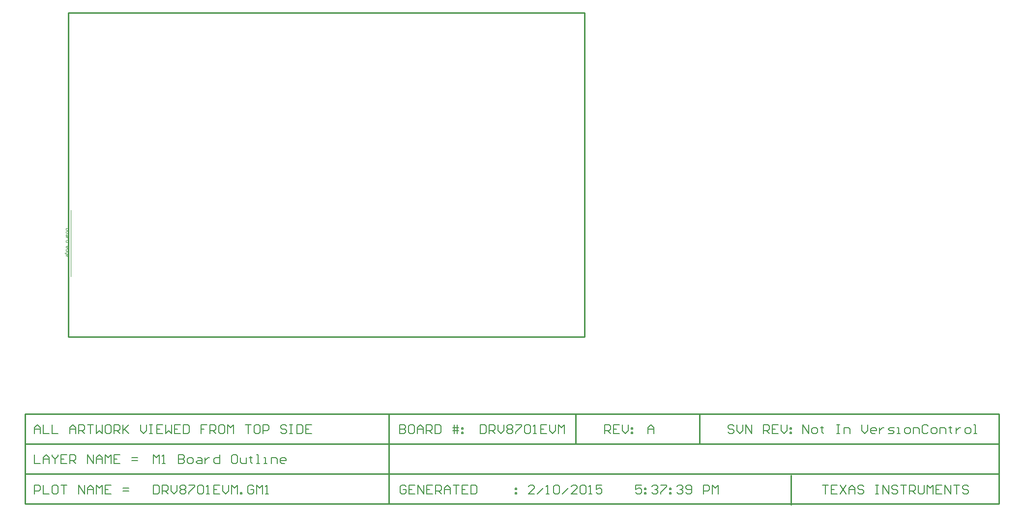
<source format=gm1>
%FSAX25Y25*%
%MOIN*%
G70*
G01*
G75*
G04 Layer_Color=11296232*
%ADD10R,0.05402X0.02795*%
%ADD11R,0.02323X0.02795*%
%ADD12R,0.05512X0.08268*%
%ADD13O,0.08268X0.01772*%
%ADD14O,0.00945X0.02362*%
%ADD15O,0.02362X0.00945*%
%ADD16R,0.11024X0.11024*%
%ADD17O,0.06693X0.01378*%
%ADD18R,0.01000X0.01000*%
%ADD19R,0.04724X0.04724*%
%ADD20C,0.03937*%
%ADD21R,0.06299X0.08268*%
%ADD22R,0.07480X0.07087*%
%ADD23R,0.07480X0.07480*%
%ADD24R,0.05315X0.01575*%
%ADD25R,0.05906X0.13780*%
%ADD26R,0.04331X0.10236*%
%ADD27R,0.08000X0.04500*%
%ADD28R,0.05512X0.04331*%
%ADD29R,0.03347X0.03150*%
%ADD30R,0.01969X0.02362*%
%ADD31R,0.03150X0.03347*%
%ADD32R,0.04331X0.05512*%
%ADD33C,0.01000*%
%ADD34C,0.03000*%
%ADD35C,0.02000*%
%ADD36C,0.00800*%
%ADD37R,0.15157X0.17795*%
%ADD38C,0.07087*%
%ADD39R,0.07087X0.07087*%
%ADD40C,0.06000*%
%ADD41C,0.02500*%
%ADD42C,0.31496*%
%ADD43R,0.05906X0.05906*%
%ADD44C,0.05906*%
%ADD45C,0.08700*%
%ADD46C,0.06200*%
%ADD47R,0.06200X0.06200*%
%ADD48R,0.06496X0.06496*%
%ADD49C,0.06496*%
%ADD50R,0.05906X0.05906*%
%ADD51R,0.03740X0.03740*%
%ADD52C,0.03740*%
%ADD53R,0.05315X0.05315*%
%ADD54C,0.05315*%
%ADD55R,0.07087X0.07087*%
%ADD56C,0.02000*%
%ADD57C,0.00600*%
%ADD58C,0.00700*%
%ADD59C,0.01575*%
%ADD60C,0.02362*%
%ADD61C,0.00984*%
%ADD62C,0.00787*%
%ADD63C,0.00799*%
%ADD64C,0.01800*%
%ADD65C,0.01500*%
%ADD66C,0.00500*%
%ADD67R,0.03937X0.01969*%
%ADD68R,0.08661X0.04331*%
%ADD69R,0.03150X0.01575*%
%ADD70R,0.07874X0.01575*%
%ADD71R,0.01969X0.03937*%
%ADD72R,0.05095X0.02937*%
%ADD73R,0.04221X0.02213*%
%ADD74R,0.03016X0.02000*%
%ADD75R,0.04839X0.04839*%
%ADD76C,0.00000*%
%ADD77R,0.05795X0.03189*%
%ADD78R,0.02717X0.03189*%
%ADD79R,0.05906X0.08661*%
%ADD80O,0.08819X0.02323*%
%ADD81O,0.01339X0.02756*%
%ADD82O,0.02756X0.01339*%
%ADD83R,0.11417X0.11417*%
%ADD84O,0.07087X0.01772*%
%ADD85R,0.05118X0.05118*%
%ADD86C,0.07874*%
%ADD87R,0.06693X0.08661*%
%ADD88R,0.07874X0.07480*%
%ADD89R,0.07874X0.07874*%
%ADD90R,0.05709X0.01969*%
%ADD91R,0.06299X0.14173*%
%ADD92R,0.04724X0.10630*%
%ADD93R,0.08400X0.04900*%
%ADD94R,0.05906X0.04724*%
%ADD95R,0.03740X0.03543*%
%ADD96R,0.02362X0.02756*%
%ADD97R,0.03543X0.03740*%
%ADD98R,0.04724X0.05906*%
%ADD99R,0.15551X0.18189*%
%ADD100C,0.07480*%
%ADD101R,0.07480X0.07480*%
%ADD102C,0.06394*%
%ADD103C,0.02894*%
%ADD104C,0.31890*%
%ADD105R,0.06299X0.06299*%
%ADD106C,0.06299*%
%ADD107C,0.09094*%
%ADD108C,0.06594*%
%ADD109R,0.06594X0.06594*%
%ADD110R,0.06299X0.06299*%
%ADD111R,0.04134X0.04134*%
%ADD112C,0.04134*%
%ADD113R,0.05709X0.05709*%
%ADD114C,0.05709*%
%ADD115C,0.02394*%
%ADD116C,0.00472*%
%ADD117C,0.00394*%
G54D33*
X0069200Y0153400D02*
Y0373400D01*
X0419200D01*
Y0153400D02*
Y0373400D01*
X0069200Y0153400D02*
X0419200D01*
X0497200Y0080717D02*
Y0101050D01*
X0413200Y0080717D02*
Y0101050D01*
X0040000Y0080717D02*
X0700200D01*
X0040000Y0060383D02*
X0700000D01*
X0040000Y0040050D02*
X0440500D01*
X0040050Y0101050D02*
X0700200D01*
X0040050Y0040050D02*
Y0101050D01*
Y0040050D02*
X0197600D01*
X0040000D02*
Y0101050D01*
X0286500Y0040050D02*
Y0101050D01*
X0700200Y0040050D02*
Y0101050D01*
X0440500Y0040050D02*
X0700200D01*
X0559400Y0039400D02*
Y0059683D01*
G54D36*
X0126900Y0067551D02*
Y0073549D01*
X0128899Y0071549D01*
X0130899Y0073549D01*
Y0067551D01*
X0132898D02*
X0134897D01*
X0133898D01*
Y0073549D01*
X0132898Y0072549D01*
X0143895Y0073549D02*
Y0067551D01*
X0146894D01*
X0147893Y0068550D01*
Y0069550D01*
X0146894Y0070550D01*
X0143895D01*
X0146894D01*
X0147893Y0071549D01*
Y0072549D01*
X0146894Y0073549D01*
X0143895D01*
X0150892Y0067551D02*
X0152892D01*
X0153891Y0068550D01*
Y0070550D01*
X0152892Y0071549D01*
X0150892D01*
X0149893Y0070550D01*
Y0068550D01*
X0150892Y0067551D01*
X0156890Y0071549D02*
X0158890D01*
X0159889Y0070550D01*
Y0067551D01*
X0156890D01*
X0155891Y0068550D01*
X0156890Y0069550D01*
X0159889D01*
X0161889Y0071549D02*
Y0067551D01*
Y0069550D01*
X0162888Y0070550D01*
X0163888Y0071549D01*
X0164888D01*
X0171885Y0073549D02*
Y0067551D01*
X0168886D01*
X0167887Y0068550D01*
Y0070550D01*
X0168886Y0071549D01*
X0171885D01*
X0182882Y0073549D02*
X0180883D01*
X0179883Y0072549D01*
Y0068550D01*
X0180883Y0067551D01*
X0182882D01*
X0183882Y0068550D01*
Y0072549D01*
X0182882Y0073549D01*
X0185881Y0071549D02*
Y0068550D01*
X0186881Y0067551D01*
X0189880D01*
Y0071549D01*
X0192879Y0072549D02*
Y0071549D01*
X0191879D01*
X0193878D01*
X0192879D01*
Y0068550D01*
X0193878Y0067551D01*
X0196877D02*
X0198877D01*
X0197877D01*
Y0073549D01*
X0196877D01*
X0201876Y0067551D02*
X0203875D01*
X0202875D01*
Y0071549D01*
X0201876D01*
X0206874Y0067551D02*
Y0071549D01*
X0209873D01*
X0210873Y0070550D01*
Y0067551D01*
X0215871D02*
X0213872D01*
X0212872Y0068550D01*
Y0070550D01*
X0213872Y0071549D01*
X0215871D01*
X0216871Y0070550D01*
Y0069550D01*
X0212872D01*
X0567400Y0087833D02*
Y0093831D01*
X0571399Y0087833D01*
Y0093831D01*
X0574398Y0087833D02*
X0576397D01*
X0577397Y0088833D01*
Y0090832D01*
X0576397Y0091832D01*
X0574398D01*
X0573398Y0090832D01*
Y0088833D01*
X0574398Y0087833D01*
X0580396Y0092832D02*
Y0091832D01*
X0579396D01*
X0581395D01*
X0580396D01*
Y0088833D01*
X0581395Y0087833D01*
X0590393Y0093831D02*
X0592392D01*
X0591392D01*
Y0087833D01*
X0590393D01*
X0592392D01*
X0595391D02*
Y0091832D01*
X0598390D01*
X0599390Y0090832D01*
Y0087833D01*
X0607387Y0093831D02*
Y0089833D01*
X0609386Y0087833D01*
X0611386Y0089833D01*
Y0093831D01*
X0616384Y0087833D02*
X0614385D01*
X0613385Y0088833D01*
Y0090832D01*
X0614385Y0091832D01*
X0616384D01*
X0617384Y0090832D01*
Y0089833D01*
X0613385D01*
X0619383Y0091832D02*
Y0087833D01*
Y0089833D01*
X0620383Y0090832D01*
X0621383Y0091832D01*
X0622382D01*
X0625381Y0087833D02*
X0628380D01*
X0629380Y0088833D01*
X0628380Y0089833D01*
X0626381D01*
X0625381Y0090832D01*
X0626381Y0091832D01*
X0629380D01*
X0631379Y0087833D02*
X0633379D01*
X0632379D01*
Y0091832D01*
X0631379D01*
X0637377Y0087833D02*
X0639377D01*
X0640376Y0088833D01*
Y0090832D01*
X0639377Y0091832D01*
X0637377D01*
X0636378Y0090832D01*
Y0088833D01*
X0637377Y0087833D01*
X0642376D02*
Y0091832D01*
X0645375D01*
X0646374Y0090832D01*
Y0087833D01*
X0652373Y0092832D02*
X0651373Y0093831D01*
X0649373D01*
X0648374Y0092832D01*
Y0088833D01*
X0649373Y0087833D01*
X0651373D01*
X0652373Y0088833D01*
X0655372Y0087833D02*
X0657371D01*
X0658371Y0088833D01*
Y0090832D01*
X0657371Y0091832D01*
X0655372D01*
X0654372Y0090832D01*
Y0088833D01*
X0655372Y0087833D01*
X0660370D02*
Y0091832D01*
X0663369D01*
X0664369Y0090832D01*
Y0087833D01*
X0667368Y0092832D02*
Y0091832D01*
X0666368D01*
X0668367D01*
X0667368D01*
Y0088833D01*
X0668367Y0087833D01*
X0671366Y0091832D02*
Y0087833D01*
Y0089833D01*
X0672366Y0090832D01*
X0673366Y0091832D01*
X0674365D01*
X0678364Y0087833D02*
X0680364D01*
X0681363Y0088833D01*
Y0090832D01*
X0680364Y0091832D01*
X0678364D01*
X0677364Y0090832D01*
Y0088833D01*
X0678364Y0087833D01*
X0683362D02*
X0685362D01*
X0684362D01*
Y0093831D01*
X0683362D01*
X0520799Y0092832D02*
X0519799Y0093831D01*
X0517800D01*
X0516800Y0092832D01*
Y0091832D01*
X0517800Y0090832D01*
X0519799D01*
X0520799Y0089833D01*
Y0088833D01*
X0519799Y0087833D01*
X0517800D01*
X0516800Y0088833D01*
X0522798Y0093831D02*
Y0089833D01*
X0524797Y0087833D01*
X0526797Y0089833D01*
Y0093831D01*
X0528796Y0087833D02*
Y0093831D01*
X0532795Y0087833D01*
Y0093831D01*
X0540792Y0087833D02*
Y0093831D01*
X0543791D01*
X0544791Y0092832D01*
Y0090832D01*
X0543791Y0089833D01*
X0540792D01*
X0542792D02*
X0544791Y0087833D01*
X0550789Y0093831D02*
X0546790D01*
Y0087833D01*
X0550789D01*
X0546790Y0090832D02*
X0548790D01*
X0552788Y0093831D02*
Y0089833D01*
X0554788Y0087833D01*
X0556787Y0089833D01*
Y0093831D01*
X0558786Y0091832D02*
X0559786D01*
Y0090832D01*
X0558786D01*
Y0091832D01*
Y0088833D02*
X0559786D01*
Y0087833D01*
X0558786D01*
Y0088833D01*
X0433000Y0087833D02*
Y0093831D01*
X0435999D01*
X0436999Y0092832D01*
Y0090832D01*
X0435999Y0089833D01*
X0433000D01*
X0434999D02*
X0436999Y0087833D01*
X0442997Y0093831D02*
X0438998D01*
Y0087833D01*
X0442997D01*
X0438998Y0090832D02*
X0440997D01*
X0444996Y0093831D02*
Y0089833D01*
X0446995Y0087833D01*
X0448995Y0089833D01*
Y0093831D01*
X0450994Y0091832D02*
X0451994D01*
Y0090832D01*
X0450994D01*
Y0091832D01*
Y0088833D02*
X0451994D01*
Y0087833D01*
X0450994D01*
Y0088833D01*
X0126900Y0052965D02*
Y0046966D01*
X0129899D01*
X0130899Y0047966D01*
Y0051965D01*
X0129899Y0052965D01*
X0126900D01*
X0132898Y0046966D02*
Y0052965D01*
X0135897D01*
X0136897Y0051965D01*
Y0049966D01*
X0135897Y0048966D01*
X0132898D01*
X0134897D02*
X0136897Y0046966D01*
X0138896Y0052965D02*
Y0048966D01*
X0140895Y0046966D01*
X0142895Y0048966D01*
Y0052965D01*
X0144894Y0051965D02*
X0145894Y0052965D01*
X0147893D01*
X0148893Y0051965D01*
Y0050965D01*
X0147893Y0049966D01*
X0148893Y0048966D01*
Y0047966D01*
X0147893Y0046966D01*
X0145894D01*
X0144894Y0047966D01*
Y0048966D01*
X0145894Y0049966D01*
X0144894Y0050965D01*
Y0051965D01*
X0145894Y0049966D02*
X0147893D01*
X0150892Y0052965D02*
X0154891D01*
Y0051965D01*
X0150892Y0047966D01*
Y0046966D01*
X0156890Y0051965D02*
X0157890Y0052965D01*
X0159889D01*
X0160889Y0051965D01*
Y0047966D01*
X0159889Y0046966D01*
X0157890D01*
X0156890Y0047966D01*
Y0051965D01*
X0162888Y0046966D02*
X0164888D01*
X0163888D01*
Y0052965D01*
X0162888Y0051965D01*
X0171885Y0052965D02*
X0167887D01*
Y0046966D01*
X0171885D01*
X0167887Y0049966D02*
X0169886D01*
X0173885Y0052965D02*
Y0048966D01*
X0175884Y0046966D01*
X0177884Y0048966D01*
Y0052965D01*
X0179883Y0046966D02*
Y0052965D01*
X0181882Y0050965D01*
X0183882Y0052965D01*
Y0046966D01*
X0185881D02*
Y0047966D01*
X0186881D01*
Y0046966D01*
X0185881D01*
X0194878Y0051965D02*
X0193878Y0052965D01*
X0191879D01*
X0190879Y0051965D01*
Y0047966D01*
X0191879Y0046966D01*
X0193878D01*
X0194878Y0047966D01*
Y0049966D01*
X0192879D01*
X0196877Y0046966D02*
Y0052965D01*
X0198877Y0050965D01*
X0200876Y0052965D01*
Y0046966D01*
X0202875D02*
X0204875D01*
X0203875D01*
Y0052965D01*
X0202875Y0051965D01*
X0385149Y0046966D02*
X0381150D01*
X0385149Y0050965D01*
Y0051965D01*
X0384149Y0052965D01*
X0382150D01*
X0381150Y0051965D01*
X0387148Y0046966D02*
X0391147Y0050965D01*
X0393146Y0046966D02*
X0395146D01*
X0394146D01*
Y0052965D01*
X0393146Y0051965D01*
X0398145D02*
X0399144Y0052965D01*
X0401144D01*
X0402143Y0051965D01*
Y0047966D01*
X0401144Y0046966D01*
X0399144D01*
X0398145Y0047966D01*
Y0051965D01*
X0404143Y0046966D02*
X0408141Y0050965D01*
X0414139Y0046966D02*
X0410141D01*
X0414139Y0050965D01*
Y0051965D01*
X0413140Y0052965D01*
X0411140D01*
X0410141Y0051965D01*
X0416139D02*
X0417138Y0052965D01*
X0419138D01*
X0420137Y0051965D01*
Y0047966D01*
X0419138Y0046966D01*
X0417138D01*
X0416139Y0047966D01*
Y0051965D01*
X0422137Y0046966D02*
X0424136D01*
X0423136D01*
Y0052965D01*
X0422137Y0051965D01*
X0431134Y0052965D02*
X0427135D01*
Y0049966D01*
X0429135Y0050965D01*
X0430134D01*
X0431134Y0049966D01*
Y0047966D01*
X0430134Y0046966D01*
X0428135D01*
X0427135Y0047966D01*
X0298199Y0051965D02*
X0297199Y0052965D01*
X0295200D01*
X0294200Y0051965D01*
Y0047966D01*
X0295200Y0046966D01*
X0297199D01*
X0298199Y0047966D01*
Y0049966D01*
X0296199D01*
X0304197Y0052965D02*
X0300198D01*
Y0046966D01*
X0304197D01*
X0300198Y0049966D02*
X0302197D01*
X0306196Y0046966D02*
Y0052965D01*
X0310195Y0046966D01*
Y0052965D01*
X0316193D02*
X0312194D01*
Y0046966D01*
X0316193D01*
X0312194Y0049966D02*
X0314194D01*
X0318192Y0046966D02*
Y0052965D01*
X0321191D01*
X0322191Y0051965D01*
Y0049966D01*
X0321191Y0048966D01*
X0318192D01*
X0320192D02*
X0322191Y0046966D01*
X0324190D02*
Y0050965D01*
X0326190Y0052965D01*
X0328189Y0050965D01*
Y0046966D01*
Y0049966D01*
X0324190D01*
X0330188Y0052965D02*
X0334187D01*
X0332188D01*
Y0046966D01*
X0340185Y0052965D02*
X0336186D01*
Y0046966D01*
X0340185D01*
X0336186Y0049966D02*
X0338186D01*
X0342184Y0052965D02*
Y0046966D01*
X0345183D01*
X0346183Y0047966D01*
Y0051965D01*
X0345183Y0052965D01*
X0342184D01*
X0372175Y0050965D02*
X0373175D01*
Y0049966D01*
X0372175D01*
Y0050965D01*
Y0047966D02*
X0373175D01*
Y0046966D01*
X0372175D01*
Y0047966D01*
X0046350Y0087833D02*
Y0091832D01*
X0048349Y0093831D01*
X0050349Y0091832D01*
Y0087833D01*
Y0090832D01*
X0046350D01*
X0052348Y0093831D02*
Y0087833D01*
X0056347D01*
X0058346Y0093831D02*
Y0087833D01*
X0062345D01*
X0070342D02*
Y0091832D01*
X0072342Y0093831D01*
X0074341Y0091832D01*
Y0087833D01*
Y0090832D01*
X0070342D01*
X0076340Y0087833D02*
Y0093831D01*
X0079339D01*
X0080339Y0092832D01*
Y0090832D01*
X0079339Y0089833D01*
X0076340D01*
X0078340D02*
X0080339Y0087833D01*
X0082338Y0093831D02*
X0086337D01*
X0084338D01*
Y0087833D01*
X0088336Y0093831D02*
Y0087833D01*
X0090336Y0089833D01*
X0092335Y0087833D01*
Y0093831D01*
X0097334D02*
X0095334D01*
X0094335Y0092832D01*
Y0088833D01*
X0095334Y0087833D01*
X0097334D01*
X0098333Y0088833D01*
Y0092832D01*
X0097334Y0093831D01*
X0100332Y0087833D02*
Y0093831D01*
X0103332D01*
X0104331Y0092832D01*
Y0090832D01*
X0103332Y0089833D01*
X0100332D01*
X0102332D02*
X0104331Y0087833D01*
X0106331Y0093831D02*
Y0087833D01*
Y0089833D01*
X0110329Y0093831D01*
X0107330Y0090832D01*
X0110329Y0087833D01*
X0118327Y0093831D02*
Y0089833D01*
X0120326Y0087833D01*
X0122325Y0089833D01*
Y0093831D01*
X0124325D02*
X0126324D01*
X0125324D01*
Y0087833D01*
X0124325D01*
X0126324D01*
X0133322Y0093831D02*
X0129323D01*
Y0087833D01*
X0133322D01*
X0129323Y0090832D02*
X0131323D01*
X0135321Y0093831D02*
Y0087833D01*
X0137321Y0089833D01*
X0139320Y0087833D01*
Y0093831D01*
X0145318D02*
X0141319D01*
Y0087833D01*
X0145318D01*
X0141319Y0090832D02*
X0143319D01*
X0147317Y0093831D02*
Y0087833D01*
X0150316D01*
X0151316Y0088833D01*
Y0092832D01*
X0150316Y0093831D01*
X0147317D01*
X0163312D02*
X0159313D01*
Y0090832D01*
X0161313D01*
X0159313D01*
Y0087833D01*
X0165312D02*
Y0093831D01*
X0168310D01*
X0169310Y0092832D01*
Y0090832D01*
X0168310Y0089833D01*
X0165312D01*
X0167311D02*
X0169310Y0087833D01*
X0174309Y0093831D02*
X0172309D01*
X0171310Y0092832D01*
Y0088833D01*
X0172309Y0087833D01*
X0174309D01*
X0175308Y0088833D01*
Y0092832D01*
X0174309Y0093831D01*
X0177308Y0087833D02*
Y0093831D01*
X0179307Y0091832D01*
X0181306Y0093831D01*
Y0087833D01*
X0189304Y0093831D02*
X0193303D01*
X0191303D01*
Y0087833D01*
X0198301Y0093831D02*
X0196301D01*
X0195302Y0092832D01*
Y0088833D01*
X0196301Y0087833D01*
X0198301D01*
X0199301Y0088833D01*
Y0092832D01*
X0198301Y0093831D01*
X0201300Y0087833D02*
Y0093831D01*
X0204299D01*
X0205299Y0092832D01*
Y0090832D01*
X0204299Y0089833D01*
X0201300D01*
X0217295Y0092832D02*
X0216295Y0093831D01*
X0214296D01*
X0213296Y0092832D01*
Y0091832D01*
X0214296Y0090832D01*
X0216295D01*
X0217295Y0089833D01*
Y0088833D01*
X0216295Y0087833D01*
X0214296D01*
X0213296Y0088833D01*
X0219294Y0093831D02*
X0221293D01*
X0220294D01*
Y0087833D01*
X0219294D01*
X0221293D01*
X0224292Y0093831D02*
Y0087833D01*
X0227291D01*
X0228291Y0088833D01*
Y0092832D01*
X0227291Y0093831D01*
X0224292D01*
X0234289D02*
X0230291D01*
Y0087833D01*
X0234289D01*
X0230291Y0090832D02*
X0232290D01*
X0462150Y0087833D02*
Y0091832D01*
X0464149Y0093831D01*
X0466149Y0091832D01*
Y0087833D01*
Y0090832D01*
X0462150D01*
X0348550Y0093831D02*
Y0087833D01*
X0351549D01*
X0352549Y0088833D01*
Y0092832D01*
X0351549Y0093831D01*
X0348550D01*
X0354548Y0087833D02*
Y0093831D01*
X0357547D01*
X0358547Y0092832D01*
Y0090832D01*
X0357547Y0089833D01*
X0354548D01*
X0356547D02*
X0358547Y0087833D01*
X0360546Y0093831D02*
Y0089833D01*
X0362545Y0087833D01*
X0364545Y0089833D01*
Y0093831D01*
X0366544Y0092832D02*
X0367544Y0093831D01*
X0369543D01*
X0370543Y0092832D01*
Y0091832D01*
X0369543Y0090832D01*
X0370543Y0089833D01*
Y0088833D01*
X0369543Y0087833D01*
X0367544D01*
X0366544Y0088833D01*
Y0089833D01*
X0367544Y0090832D01*
X0366544Y0091832D01*
Y0092832D01*
X0367544Y0090832D02*
X0369543D01*
X0372542Y0093831D02*
X0376541D01*
Y0092832D01*
X0372542Y0088833D01*
Y0087833D01*
X0378540Y0092832D02*
X0379540Y0093831D01*
X0381539D01*
X0382539Y0092832D01*
Y0088833D01*
X0381539Y0087833D01*
X0379540D01*
X0378540Y0088833D01*
Y0092832D01*
X0384538Y0087833D02*
X0386538D01*
X0385538D01*
Y0093831D01*
X0384538Y0092832D01*
X0393535Y0093831D02*
X0389537D01*
Y0087833D01*
X0393535D01*
X0389537Y0090832D02*
X0391536D01*
X0395535Y0093831D02*
Y0089833D01*
X0397534Y0087833D01*
X0399534Y0089833D01*
Y0093831D01*
X0401533Y0087833D02*
Y0093831D01*
X0403532Y0091832D01*
X0405532Y0093831D01*
Y0087833D01*
X0294000Y0093831D02*
Y0087833D01*
X0296999D01*
X0297999Y0088833D01*
Y0089833D01*
X0296999Y0090832D01*
X0294000D01*
X0296999D01*
X0297999Y0091832D01*
Y0092832D01*
X0296999Y0093831D01*
X0294000D01*
X0302997D02*
X0300998D01*
X0299998Y0092832D01*
Y0088833D01*
X0300998Y0087833D01*
X0302997D01*
X0303997Y0088833D01*
Y0092832D01*
X0302997Y0093831D01*
X0305996Y0087833D02*
Y0091832D01*
X0307996Y0093831D01*
X0309995Y0091832D01*
Y0087833D01*
Y0090832D01*
X0305996D01*
X0311994Y0087833D02*
Y0093831D01*
X0314993D01*
X0315993Y0092832D01*
Y0090832D01*
X0314993Y0089833D01*
X0311994D01*
X0313994D02*
X0315993Y0087833D01*
X0317992Y0093831D02*
Y0087833D01*
X0320991D01*
X0321991Y0088833D01*
Y0092832D01*
X0320991Y0093831D01*
X0317992D01*
X0330988Y0087833D02*
Y0093831D01*
X0332987D02*
Y0087833D01*
X0329988Y0091832D02*
X0332987D01*
X0333987D01*
X0329988Y0089833D02*
X0333987D01*
X0335986Y0091832D02*
X0336986D01*
Y0090832D01*
X0335986D01*
Y0091832D01*
Y0088833D02*
X0336986D01*
Y0087833D01*
X0335986D01*
Y0088833D01*
X0046350Y0073549D02*
Y0067551D01*
X0050349D01*
X0052348D02*
Y0071549D01*
X0054347Y0073549D01*
X0056347Y0071549D01*
Y0067551D01*
Y0070550D01*
X0052348D01*
X0058346Y0073549D02*
Y0072549D01*
X0060346Y0070550D01*
X0062345Y0072549D01*
Y0073549D01*
X0060346Y0070550D02*
Y0067551D01*
X0068343Y0073549D02*
X0064344D01*
Y0067551D01*
X0068343D01*
X0064344Y0070550D02*
X0066343D01*
X0070342Y0067551D02*
Y0073549D01*
X0073341D01*
X0074341Y0072549D01*
Y0070550D01*
X0073341Y0069550D01*
X0070342D01*
X0072342D02*
X0074341Y0067551D01*
X0082338D02*
Y0073549D01*
X0086337Y0067551D01*
Y0073549D01*
X0088336Y0067551D02*
Y0071549D01*
X0090336Y0073549D01*
X0092335Y0071549D01*
Y0067551D01*
Y0070550D01*
X0088336D01*
X0094335Y0067551D02*
Y0073549D01*
X0096334Y0071549D01*
X0098333Y0073549D01*
Y0067551D01*
X0104331Y0073549D02*
X0100332D01*
Y0067551D01*
X0104331D01*
X0100332Y0070550D02*
X0102332D01*
X0112329Y0069550D02*
X0116327D01*
X0112329Y0071549D02*
X0116327D01*
X0046350Y0046966D02*
Y0052965D01*
X0049349D01*
X0050349Y0051965D01*
Y0049966D01*
X0049349Y0048966D01*
X0046350D01*
X0052348Y0052965D02*
Y0046966D01*
X0056347D01*
X0061345Y0052965D02*
X0059346D01*
X0058346Y0051965D01*
Y0047966D01*
X0059346Y0046966D01*
X0061345D01*
X0062345Y0047966D01*
Y0051965D01*
X0061345Y0052965D01*
X0064344D02*
X0068343D01*
X0066343D01*
Y0046966D01*
X0076340D02*
Y0052965D01*
X0080339Y0046966D01*
Y0052965D01*
X0082338Y0046966D02*
Y0050965D01*
X0084338Y0052965D01*
X0086337Y0050965D01*
Y0046966D01*
Y0049966D01*
X0082338D01*
X0088336Y0046966D02*
Y0052965D01*
X0090336Y0050965D01*
X0092335Y0052965D01*
Y0046966D01*
X0098333Y0052965D02*
X0094335D01*
Y0046966D01*
X0098333D01*
X0094335Y0049966D02*
X0096334D01*
X0106331Y0048966D02*
X0110329D01*
X0106331Y0050965D02*
X0110329D01*
X0458049Y0052965D02*
X0454050D01*
Y0049966D01*
X0456049Y0050965D01*
X0457049D01*
X0458049Y0049966D01*
Y0047966D01*
X0457049Y0046966D01*
X0455050D01*
X0454050Y0047966D01*
X0460048Y0050965D02*
X0461048D01*
Y0049966D01*
X0460048D01*
Y0050965D01*
Y0047966D02*
X0461048D01*
Y0046966D01*
X0460048D01*
Y0047966D01*
X0465046Y0051965D02*
X0466046Y0052965D01*
X0468046D01*
X0469045Y0051965D01*
Y0050965D01*
X0468046Y0049966D01*
X0467046D01*
X0468046D01*
X0469045Y0048966D01*
Y0047966D01*
X0468046Y0046966D01*
X0466046D01*
X0465046Y0047966D01*
X0471044Y0052965D02*
X0475043D01*
Y0051965D01*
X0471044Y0047966D01*
Y0046966D01*
X0477043Y0050965D02*
X0478042D01*
Y0049966D01*
X0477043D01*
Y0050965D01*
Y0047966D02*
X0478042D01*
Y0046966D01*
X0477043D01*
Y0047966D01*
X0482041Y0051965D02*
X0483041Y0052965D01*
X0485040D01*
X0486040Y0051965D01*
Y0050965D01*
X0485040Y0049966D01*
X0484040D01*
X0485040D01*
X0486040Y0048966D01*
Y0047966D01*
X0485040Y0046966D01*
X0483041D01*
X0482041Y0047966D01*
X0488039D02*
X0489039Y0046966D01*
X0491038D01*
X0492038Y0047966D01*
Y0051965D01*
X0491038Y0052965D01*
X0489039D01*
X0488039Y0051965D01*
Y0050965D01*
X0489039Y0049966D01*
X0492038D01*
X0500035Y0046966D02*
Y0052965D01*
X0503034D01*
X0504034Y0051965D01*
Y0049966D01*
X0503034Y0048966D01*
X0500035D01*
X0506033Y0046966D02*
Y0052965D01*
X0508033Y0050965D01*
X0510032Y0052965D01*
Y0046966D01*
X0580500Y0052965D02*
X0584499D01*
X0582499D01*
Y0046966D01*
X0590497Y0052965D02*
X0586498D01*
Y0046966D01*
X0590497D01*
X0586498Y0049966D02*
X0588497D01*
X0592496Y0052965D02*
X0596495Y0046966D01*
Y0052965D02*
X0592496Y0046966D01*
X0598494D02*
Y0050965D01*
X0600493Y0052965D01*
X0602493Y0050965D01*
Y0046966D01*
Y0049966D01*
X0598494D01*
X0608491Y0051965D02*
X0607491Y0052965D01*
X0605492D01*
X0604492Y0051965D01*
Y0050965D01*
X0605492Y0049966D01*
X0607491D01*
X0608491Y0048966D01*
Y0047966D01*
X0607491Y0046966D01*
X0605492D01*
X0604492Y0047966D01*
X0616488Y0052965D02*
X0618488D01*
X0617488D01*
Y0046966D01*
X0616488D01*
X0618488D01*
X0621487D02*
Y0052965D01*
X0625486Y0046966D01*
Y0052965D01*
X0631484Y0051965D02*
X0630484Y0052965D01*
X0628484D01*
X0627485Y0051965D01*
Y0050965D01*
X0628484Y0049966D01*
X0630484D01*
X0631484Y0048966D01*
Y0047966D01*
X0630484Y0046966D01*
X0628484D01*
X0627485Y0047966D01*
X0633483Y0052965D02*
X0637482D01*
X0635482D01*
Y0046966D01*
X0639481D02*
Y0052965D01*
X0642480D01*
X0643480Y0051965D01*
Y0049966D01*
X0642480Y0048966D01*
X0639481D01*
X0641480D02*
X0643480Y0046966D01*
X0645479Y0052965D02*
Y0047966D01*
X0646479Y0046966D01*
X0648478D01*
X0649478Y0047966D01*
Y0052965D01*
X0651477Y0046966D02*
Y0052965D01*
X0653476Y0050965D01*
X0655476Y0052965D01*
Y0046966D01*
X0661474Y0052965D02*
X0657475D01*
Y0046966D01*
X0661474D01*
X0657475Y0049966D02*
X0659474D01*
X0663473Y0046966D02*
Y0052965D01*
X0667472Y0046966D01*
Y0052965D01*
X0669471D02*
X0673470D01*
X0671471D01*
Y0046966D01*
X0679468Y0051965D02*
X0678468Y0052965D01*
X0676469D01*
X0675469Y0051965D01*
Y0050965D01*
X0676469Y0049966D01*
X0678468D01*
X0679468Y0048966D01*
Y0047966D01*
X0678468Y0046966D01*
X0676469D01*
X0675469Y0047966D01*
G54D116*
X0070960Y0194475D02*
Y0239553D01*
G54D117*
X0069483Y0227053D02*
X0067515D01*
Y0226070D01*
X0067843Y0225742D01*
X0068171D01*
X0068499D01*
X0068827Y0226070D01*
Y0227053D01*
X0067515Y0224758D02*
Y0224102D01*
X0067843Y0223774D01*
X0068499D01*
X0068827Y0224102D01*
Y0224758D01*
X0068499Y0225086D01*
X0067843D01*
X0067515Y0224758D01*
X0068827Y0222790D02*
Y0222134D01*
X0068499Y0221806D01*
X0067515D01*
Y0222790D01*
X0067843Y0223118D01*
X0068171Y0222790D01*
Y0221806D01*
X0068827Y0221150D02*
X0067515D01*
X0068171D01*
X0068499Y0220822D01*
X0068827Y0220494D01*
Y0220166D01*
X0069483Y0217870D02*
X0067515D01*
Y0218854D01*
X0067843Y0219182D01*
X0068499D01*
X0068827Y0218854D01*
Y0217870D01*
X0067515Y0214262D02*
Y0214918D01*
X0067843Y0215246D01*
X0068499D01*
X0068827Y0214918D01*
Y0214262D01*
X0068499Y0213934D01*
X0068171D01*
Y0215246D01*
X0069483Y0211967D02*
X0067515D01*
Y0212950D01*
X0067843Y0213279D01*
X0068499D01*
X0068827Y0212950D01*
Y0211967D01*
X0066859Y0210655D02*
Y0210327D01*
X0067187Y0209999D01*
X0068827D01*
Y0210983D01*
X0068499Y0211311D01*
X0067843D01*
X0067515Y0210983D01*
Y0209999D01*
Y0208359D02*
Y0209015D01*
X0067843Y0209343D01*
X0068499D01*
X0068827Y0209015D01*
Y0208359D01*
X0068499Y0208031D01*
X0068171D01*
Y0209343D01*
M02*

</source>
